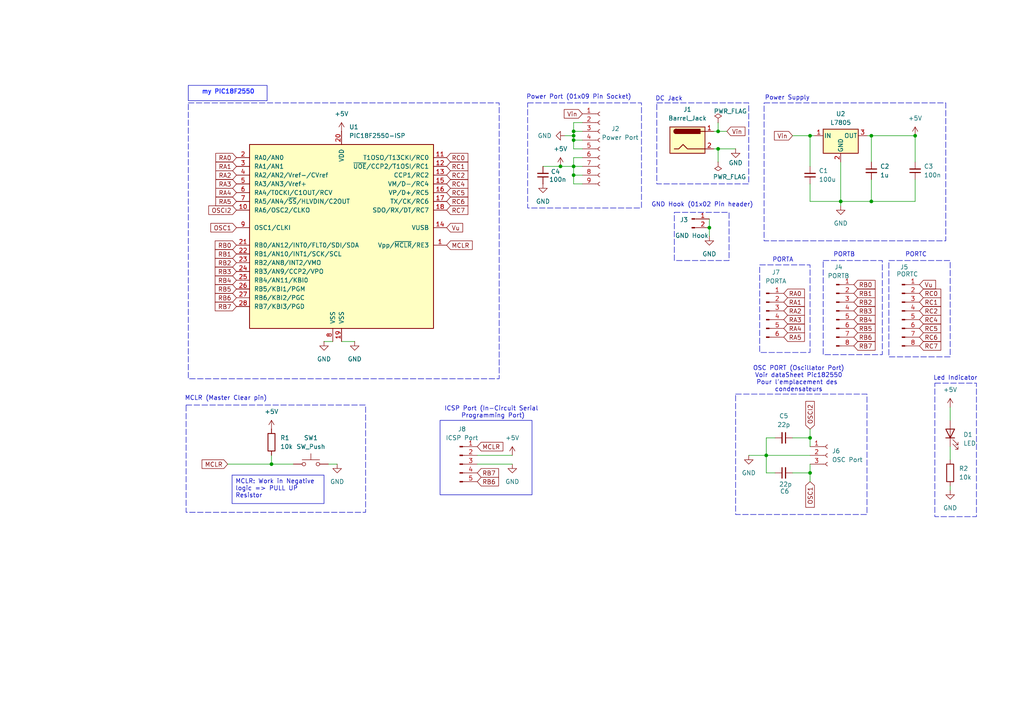
<source format=kicad_sch>
(kicad_sch (version 20231120) (generator "eeschema") (generator_version "8.0")
  (paper "A4")
  (title_block (title "my_Projetc2") (company "A. Prince B") (comment 1 "Com1"))
  (lib_symbols
    (symbol "Connector:Barrel_Jack" (pin_names (offset 1.016))
      (property "Reference" "J" (at 0 5.334 0))
      (property "Value" "Barrel_Jack" (at 0 -5.08 0))
      (symbol "Barrel_Jack_0_1"
        (rectangle (start -5.08 3.81) (end 5.08 -3.81) (stroke (width 0.254)) (fill (type background)))
        (arc (start -3.302 3.175) (mid -3.9343 2.54) (end -3.302 1.905) (stroke (width 0.254)))
        (arc (start -3.302 3.175) (mid -3.9343 2.54) (end -3.302 1.905) (stroke (width 0.254)) (fill (type outline)))
        (polyline (pts (xy 5.08 2.54) (xy 3.81 2.54)) (stroke (width 0.254)))
        (polyline (pts (xy -3.81 -2.54) (xy -2.54 -2.54) (xy -1.27 -1.27) (xy 0 -2.54) (xy 2.54 -2.54) (xy 5.08 -2.54)) (stroke (width 0.254)))
        (rectangle (start 3.683 3.175) (end -3.302 1.905) (stroke (width 0.254)) (fill (type outline)))
      )
      (symbol "Barrel_Jack_1_1"
        (pin passive line (at 7.62 2.54 180) (length 2.54) (name "~") (number "1"))
        (pin passive line (at 7.62 -2.54 180) (length 2.54) (name "~") (number "2"))
      )
    )
    (symbol "Connector:Conn_01x02_Pin" (pin_names (offset 1.016) hide)
      (property "Reference" "J" (at 0 2.54 0))
      (property "Value" "Conn_01x02_Pin" (at 0 -5.08 0))
      (symbol "Conn_01x02_Pin_1_1"
        (polyline (pts (xy 1.27 -2.54) (xy 0.8636 -2.54)) (stroke (width 0.1524)))
        (polyline (pts (xy 1.27 0) (xy 0.8636 0)) (stroke (width 0.1524)))
        (rectangle (start 0.8636 -2.413) (end 0 -2.667) (stroke (width 0.1524)) (fill (type outline)))
        (rectangle (start 0.8636 0.127) (end 0 -0.127) (stroke (width 0.1524)) (fill (type outline)))
        (pin passive line (at 5.08 0 180) (length 3.81) (name "Pin_1") (number "1"))
        (pin passive line (at 5.08 -2.54 180) (length 3.81) (name "Pin_2") (number "2"))
      )
    )
    (symbol "Connector:Conn_01x03_Socket" (pin_names (offset 1.016) hide)
      (property "Reference" "J" (at 0 5.08 0))
      (property "Value" "Conn_01x03_Socket" (at 0 -5.08 0))
      (symbol "Conn_01x03_Socket_1_1"
        (arc (start 0 -2.032) (mid -0.5058 -2.54) (end 0 -3.048) (stroke (width 0.1524)))
        (polyline (pts (xy -1.27 -2.54) (xy -0.508 -2.54)) (stroke (width 0.1524)))
        (polyline (pts (xy -1.27 0) (xy -0.508 0)) (stroke (width 0.1524)))
        (polyline (pts (xy -1.27 2.54) (xy -0.508 2.54)) (stroke (width 0.1524)))
        (arc (start 0 0.508) (mid -0.5058 0) (end 0 -0.508) (stroke (width 0.1524)))
        (arc (start 0 3.048) (mid -0.5058 2.54) (end 0 2.032) (stroke (width 0.1524)))
        (pin passive line (at -5.08 2.54 0) (length 3.81) (name "Pin_1") (number "1"))
        (pin passive line (at -5.08 0 0) (length 3.81) (name "Pin_2") (number "2"))
        (pin passive line (at -5.08 -2.54 0) (length 3.81) (name "Pin_3") (number "3"))
      )
    )
    (symbol "Connector:Conn_01x05_Pin" (pin_names (offset 1.016) hide)
      (property "Reference" "J" (at 0 7.62 0))
      (property "Value" "Conn_01x05_Pin" (at 0 -7.62 0))
      (symbol "Conn_01x05_Pin_1_1"
        (polyline (pts (xy 1.27 -5.08) (xy 0.8636 -5.08)) (stroke (width 0.1524)))
        (polyline (pts (xy 1.27 -2.54) (xy 0.8636 -2.54)) (stroke (width 0.1524)))
        (polyline (pts (xy 1.27 0) (xy 0.8636 0)) (stroke (width 0.1524)))
        (polyline (pts (xy 1.27 2.54) (xy 0.8636 2.54)) (stroke (width 0.1524)))
        (polyline (pts (xy 1.27 5.08) (xy 0.8636 5.08)) (stroke (width 0.1524)))
        (rectangle (start 0.8636 -4.953) (end 0 -5.207) (stroke (width 0.1524)) (fill (type outline)))
        (rectangle (start 0.8636 -2.413) (end 0 -2.667) (stroke (width 0.1524)) (fill (type outline)))
        (rectangle (start 0.8636 0.127) (end 0 -0.127) (stroke (width 0.1524)) (fill (type outline)))
        (rectangle (start 0.8636 2.667) (end 0 2.413) (stroke (width 0.1524)) (fill (type outline)))
        (rectangle (start 0.8636 5.207) (end 0 4.953) (stroke (width 0.1524)) (fill (type outline)))
        (pin passive line (at 5.08 5.08 180) (length 3.81) (name "Pin_1") (number "1"))
        (pin passive line (at 5.08 2.54 180) (length 3.81) (name "Pin_2") (number "2"))
        (pin passive line (at 5.08 0 180) (length 3.81) (name "Pin_3") (number "3"))
        (pin passive line (at 5.08 -2.54 180) (length 3.81) (name "Pin_4") (number "4"))
        (pin passive line (at 5.08 -5.08 180) (length 3.81) (name "Pin_5") (number "5"))
      )
    )
    (symbol "Connector:Conn_01x06_Pin" (pin_names (offset 1.016) hide)
      (property "Reference" "J" (at 0 7.62 0))
      (property "Value" "Conn_01x06_Pin" (at 0 -10.16 0))
      (symbol "Conn_01x06_Pin_1_1"
        (polyline (pts (xy 1.27 -7.62) (xy 0.8636 -7.62)) (stroke (width 0.1524)))
        (polyline (pts (xy 1.27 -5.08) (xy 0.8636 -5.08)) (stroke (width 0.1524)))
        (polyline (pts (xy 1.27 -2.54) (xy 0.8636 -2.54)) (stroke (width 0.1524)))
        (polyline (pts (xy 1.27 0) (xy 0.8636 0)) (stroke (width 0.1524)))
        (polyline (pts (xy 1.27 2.54) (xy 0.8636 2.54)) (stroke (width 0.1524)))
        (polyline (pts (xy 1.27 5.08) (xy 0.8636 5.08)) (stroke (width 0.1524)))
        (rectangle (start 0.8636 -7.493) (end 0 -7.747) (stroke (width 0.1524)) (fill (type outline)))
        (rectangle (start 0.8636 -4.953) (end 0 -5.207) (stroke (width 0.1524)) (fill (type outline)))
        (rectangle (start 0.8636 -2.413) (end 0 -2.667) (stroke (width 0.1524)) (fill (type outline)))
        (rectangle (start 0.8636 0.127) (end 0 -0.127) (stroke (width 0.1524)) (fill (type outline)))
        (rectangle (start 0.8636 2.667) (end 0 2.413) (stroke (width 0.1524)) (fill (type outline)))
        (rectangle (start 0.8636 5.207) (end 0 4.953) (stroke (width 0.1524)) (fill (type outline)))
        (pin passive line (at 5.08 5.08 180) (length 3.81) (name "Pin_1") (number "1"))
        (pin passive line (at 5.08 2.54 180) (length 3.81) (name "Pin_2") (number "2"))
        (pin passive line (at 5.08 0 180) (length 3.81) (name "Pin_3") (number "3"))
        (pin passive line (at 5.08 -2.54 180) (length 3.81) (name "Pin_4") (number "4"))
        (pin passive line (at 5.08 -5.08 180) (length 3.81) (name "Pin_5") (number "5"))
        (pin passive line (at 5.08 -7.62 180) (length 3.81) (name "Pin_6") (number "6"))
      )
    )
    (symbol "Connector:Conn_01x08_Pin" (pin_names (offset 1.016) hide)
      (property "Reference" "J" (at 0 10.16 0))
      (property "Value" "Conn_01x08_Pin" (at 0 -12.7 0))
      (symbol "Conn_01x08_Pin_1_1"
        (polyline (pts (xy 1.27 -10.16) (xy 0.8636 -10.16)) (stroke (width 0.1524)))
        (polyline (pts (xy 1.27 -7.62) (xy 0.8636 -7.62)) (stroke (width 0.1524)))
        (polyline (pts (xy 1.27 -5.08) (xy 0.8636 -5.08)) (stroke (width 0.1524)))
        (polyline (pts (xy 1.27 -2.54) (xy 0.8636 -2.54)) (stroke (width 0.1524)))
        (polyline (pts (xy 1.27 0) (xy 0.8636 0)) (stroke (width 0.1524)))
        (polyline (pts (xy 1.27 2.54) (xy 0.8636 2.54)) (stroke (width 0.1524)))
        (polyline (pts (xy 1.27 5.08) (xy 0.8636 5.08)) (stroke (width 0.1524)))
        (polyline (pts (xy 1.27 7.62) (xy 0.8636 7.62)) (stroke (width 0.1524)))
        (rectangle (start 0.8636 -10.033) (end 0 -10.287) (stroke (width 0.1524)) (fill (type outline)))
        (rectangle (start 0.8636 -7.493) (end 0 -7.747) (stroke (width 0.1524)) (fill (type outline)))
        (rectangle (start 0.8636 -4.953) (end 0 -5.207) (stroke (width 0.1524)) (fill (type outline)))
        (rectangle (start 0.8636 -2.413) (end 0 -2.667) (stroke (width 0.1524)) (fill (type outline)))
        (rectangle (start 0.8636 0.127) (end 0 -0.127) (stroke (width 0.1524)) (fill (type outline)))
        (rectangle (start 0.8636 2.667) (end 0 2.413) (stroke (width 0.1524)) (fill (type outline)))
        (rectangle (start 0.8636 5.207) (end 0 4.953) (stroke (width 0.1524)) (fill (type outline)))
        (rectangle (start 0.8636 7.747) (end 0 7.493) (stroke (width 0.1524)) (fill (type outline)))
        (pin passive line (at 5.08 7.62 180) (length 3.81) (name "Pin_1") (number "1"))
        (pin passive line (at 5.08 5.08 180) (length 3.81) (name "Pin_2") (number "2"))
        (pin passive line (at 5.08 2.54 180) (length 3.81) (name "Pin_3") (number "3"))
        (pin passive line (at 5.08 0 180) (length 3.81) (name "Pin_4") (number "4"))
        (pin passive line (at 5.08 -2.54 180) (length 3.81) (name "Pin_5") (number "5"))
        (pin passive line (at 5.08 -5.08 180) (length 3.81) (name "Pin_6") (number "6"))
        (pin passive line (at 5.08 -7.62 180) (length 3.81) (name "Pin_7") (number "7"))
        (pin passive line (at 5.08 -10.16 180) (length 3.81) (name "Pin_8") (number "8"))
      )
    )
    (symbol "Connector:Conn_01x09_Socket" (pin_names (offset 1.016) hide)
      (property "Reference" "J" (at 0 12.7 0))
      (property "Value" "Conn_01x09_Socket" (at 0 -12.7 0))
      (symbol "Conn_01x09_Socket_1_1"
        (arc (start 0 -9.652) (mid -0.5058 -10.16) (end 0 -10.668) (stroke (width 0.1524)))
        (arc (start 0 -7.112) (mid -0.5058 -7.62) (end 0 -8.128) (stroke (width 0.1524)))
        (arc (start 0 -4.572) (mid -0.5058 -5.08) (end 0 -5.588) (stroke (width 0.1524)))
        (arc (start 0 -2.032) (mid -0.5058 -2.54) (end 0 -3.048) (stroke (width 0.1524)))
        (polyline (pts (xy -1.27 -10.16) (xy -0.508 -10.16)) (stroke (width 0.1524)))
        (polyline (pts (xy -1.27 -7.62) (xy -0.508 -7.62)) (stroke (width 0.1524)))
        (polyline (pts (xy -1.27 -5.08) (xy -0.508 -5.08)) (stroke (width 0.1524)))
        (polyline (pts (xy -1.27 -2.54) (xy -0.508 -2.54)) (stroke (width 0.1524)))
        (polyline (pts (xy -1.27 0) (xy -0.508 0)) (stroke (width 0.1524)))
        (polyline (pts (xy -1.27 2.54) (xy -0.508 2.54)) (stroke (width 0.1524)))
        (polyline (pts (xy -1.27 5.08) (xy -0.508 5.08)) (stroke (width 0.1524)))
        (polyline (pts (xy -1.27 7.62) (xy -0.508 7.62)) (stroke (width 0.1524)))
        (polyline (pts (xy -1.27 10.16) (xy -0.508 10.16)) (stroke (width 0.1524)))
        (arc (start 0 0.508) (mid -0.5058 0) (end 0 -0.508) (stroke (width 0.1524)))
        (arc (start 0 3.048) (mid -0.5058 2.54) (end 0 2.032) (stroke (width 0.1524)))
        (arc (start 0 5.588) (mid -0.5058 5.08) (end 0 4.572) (stroke (width 0.1524)))
        (arc (start 0 8.128) (mid -0.5058 7.62) (end 0 7.112) (stroke (width 0.1524)))
        (arc (start 0 10.668) (mid -0.5058 10.16) (end 0 9.652) (stroke (width 0.1524)))
        (pin passive line (at -5.08 10.16 0) (length 3.81) (name "Pin_1") (number "1"))
        (pin passive line (at -5.08 7.62 0) (length 3.81) (name "Pin_2") (number "2"))
        (pin passive line (at -5.08 5.08 0) (length 3.81) (name "Pin_3") (number "3"))
        (pin passive line (at -5.08 2.54 0) (length 3.81) (name "Pin_4") (number "4"))
        (pin passive line (at -5.08 0 0) (length 3.81) (name "Pin_5") (number "5"))
        (pin passive line (at -5.08 -2.54 0) (length 3.81) (name "Pin_6") (number "6"))
        (pin passive line (at -5.08 -5.08 0) (length 3.81) (name "Pin_7") (number "7"))
        (pin passive line (at -5.08 -7.62 0) (length 3.81) (name "Pin_8") (number "8"))
        (pin passive line (at -5.08 -10.16 0) (length 3.81) (name "Pin_9") (number "9"))
      )
    )
    (symbol "Device:C_Small" (pin_numbers hide) (pin_names (offset 0.254) hide)
      (property "Reference" "C" (at 0.254 1.778 0))
      (property "Value" "C_Small" (at 0.254 -2.032 0))
      (symbol "C_Small_0_1"
        (polyline (pts (xy -1.524 -0.508) (xy 1.524 -0.508)) (stroke (width 0.3302)))
        (polyline (pts (xy -1.524 0.508) (xy 1.524 0.508)) (stroke (width 0.3048)))
      )
      (symbol "C_Small_1_1"
        (pin passive line (at 0 2.54 270) (length 2.032) (name "~") (number "1"))
        (pin passive line (at 0 -2.54 90) (length 2.032) (name "~") (number "2"))
      )
    )
    (symbol "Device:LED" (pin_numbers hide) (pin_names (offset 1.016) hide)
      (property "Reference" "D" (at 0 2.54 0))
      (property "Value" "LED" (at 0 -2.54 0))
      (symbol "LED_0_1"
        (polyline (pts (xy -1.27 -1.27) (xy -1.27 1.27)) (stroke (width 0.254)))
        (polyline (pts (xy -1.27 0) (xy 1.27 0)))
        (polyline (pts (xy 1.27 -1.27) (xy 1.27 1.27) (xy -1.27 0) (xy 1.27 -1.27)) (stroke (width 0.254)))
        (polyline (pts (xy -3.048 -0.762) (xy -4.572 -2.286) (xy -3.81 -2.286) (xy -4.572 -2.286) (xy -4.572 -1.524)))
        (polyline (pts (xy -1.778 -0.762) (xy -3.302 -2.286) (xy -2.54 -2.286) (xy -3.302 -2.286) (xy -3.302 -1.524)))
      )
      (symbol "LED_1_1"
        (pin passive line (at -3.81 0 0) (length 2.54) (name "K") (number "1"))
        (pin passive line (at 3.81 0 180) (length 2.54) (name "A") (number "2"))
      )
    )
    (symbol "Device:R" (pin_numbers hide) (pin_names (offset 0))
      (property "Reference" "R" (at 2.032 0 90))
      (property "Value" "R" (at 0 0 90))
      (symbol "R_0_1"
        (rectangle (start -1.016 -2.54) (end 1.016 2.54) (stroke (width 0.254)))
      )
      (symbol "R_1_1"
        (pin passive line (at 0 3.81 270) (length 1.27) (name "~") (number "1"))
        (pin passive line (at 0 -3.81 90) (length 1.27) (name "~") (number "2"))
      )
    )
    (symbol "MCU_Microchip_PIC18:PIC18F2550-ISP" (pin_names (offset 1.27))
      (property "Reference" "U" (at -25.4 27.94 0))
      (property "Value" "PIC18F2550-ISP" (at 16.51 -27.94 0))
      (symbol "PIC18F2550-ISP_0_1"
        (rectangle (start -26.67 26.67) (end 26.67 -26.67) (stroke (width 0.254)) (fill (type background)))
      )
      (symbol "PIC18F2550-ISP_1_1"
        (pin input line (at 30.48 -2.54 180) (length 3.81) (name "Vpp/~{MCLR}/RE3") (number "1"))
        (pin output line (at -30.48 7.62 0) (length 3.81) (name "RA6/OSC2/CLKO") (number "10"))
        (pin bidirectional line (at 30.48 22.86 180) (length 3.81) (name "T1OSO/T13CKI/RC0") (number "11"))
        (pin bidirectional line (at 30.48 20.32 180) (length 3.81) (name "~{UOE}/CCP2/T1OSI/RC1") (number "12"))
        (pin bidirectional line (at 30.48 17.78 180) (length 3.81) (name "CCP1/RC2") (number "13"))
        (pin bidirectional line (at 30.48 2.54 180) (length 3.81) (name "VUSB") (number "14"))
        (pin bidirectional line (at 30.48 15.24 180) (length 3.81) (name "VM/D-/RC4") (number "15"))
        (pin bidirectional line (at 30.48 12.7 180) (length 3.81) (name "VP/D+/RC5") (number "16"))
        (pin bidirectional line (at 30.48 10.16 180) (length 3.81) (name "TX/CK/RC6") (number "17"))
        (pin bidirectional line (at 30.48 7.62 180) (length 3.81) (name "SDO/RX/DT/RC7") (number "18"))
        (pin power_in line (at 0 -30.48 90) (length 3.81) (name "VSS") (number "19"))
        (pin bidirectional line (at -30.48 22.86 0) (length 3.81) (name "RA0/AN0") (number "2"))
        (pin power_in line (at 0 30.48 270) (length 3.81) (name "VDD") (number "20"))
        (pin bidirectional line (at -30.48 -2.54 0) (length 3.81) (name "RB0/AN12/INT0/FLT0/SDI/SDA") (number "21"))
        (pin bidirectional line (at -30.48 -5.08 0) (length 3.81) (name "RB1/AN10/INT1/SCK/SCL") (number "22"))
        (pin bidirectional line (at -30.48 -7.62 0) (length 3.81) (name "RB2/AN8/INT2/VMO") (number "23"))
        (pin bidirectional line (at -30.48 -10.16 0) (length 3.81) (name "RB3/AN9/CCP2/VPO") (number "24"))
        (pin bidirectional line (at -30.48 -12.7 0) (length 3.81) (name "RB4/AN11/KBI0") (number "25"))
        (pin bidirectional line (at -30.48 -15.24 0) (length 3.81) (name "RB5/KBI1/PGM") (number "26"))
        (pin bidirectional line (at -30.48 -17.78 0) (length 3.81) (name "RB6/KBI2/PGC") (number "27"))
        (pin bidirectional line (at -30.48 -20.32 0) (length 3.81) (name "RB7/KBI3/PGD") (number "28"))
        (pin bidirectional line (at -30.48 20.32 0) (length 3.81) (name "RA1/AN1") (number "3"))
        (pin bidirectional line (at -30.48 17.78 0) (length 3.81) (name "RA2/AN2/Vref-/CVref") (number "4"))
        (pin bidirectional line (at -30.48 15.24 0) (length 3.81) (name "RA3/AN3/Vref+") (number "5"))
        (pin bidirectional line (at -30.48 12.7 0) (length 3.81) (name "RA4/T0CKI/C1OUT/RCV") (number "6"))
        (pin bidirectional line (at -30.48 10.16 0) (length 3.81) (name "RA5/AN4/~{SS}/HLVDIN/C2OUT") (number "7"))
        (pin power_in line (at -2.54 -30.48 90) (length 3.81) (name "VSS") (number "8"))
        (pin input line (at -30.48 2.54 0) (length 3.81) (name "OSC1/CLKI") (number "9"))
      )
    )
    (symbol "Regulator_Linear:L7805" (pin_names (offset 0.254))
      (property "Reference" "U" (at -3.81 3.175 0))
      (property "Value" "L7805" (at 0 3.175 0))
      (symbol "L7805_0_1"
        (rectangle (start -5.08 1.905) (end 5.08 -5.08) (stroke (width 0.254)) (fill (type background)))
      )
      (symbol "L7805_1_1"
        (pin power_in line (at -7.62 0 0) (length 2.54) (name "IN") (number "1"))
        (pin power_in line (at 0 -7.62 90) (length 2.54) (name "GND") (number "2"))
        (pin power_out line (at 7.62 0 180) (length 2.54) (name "OUT") (number "3"))
      )
    )
    (symbol "Switch:SW_Push" (pin_numbers hide) (pin_names (offset 1.016) hide)
      (property "Reference" "SW" (at 1.27 2.54 0))
      (property "Value" "SW_Push" (at 0 -1.524 0))
      (symbol "SW_Push_0_1"
        (circle (center -2.032 0) (radius 0.508))
        (polyline (pts (xy 0 1.27) (xy 0 3.048)))
        (polyline (pts (xy 2.54 1.27) (xy -2.54 1.27)))
        (circle (center 2.032 0) (radius 0.508))
        (pin passive line (at -5.08 0 0) (length 2.54) (name "1") (number "1"))
        (pin passive line (at 5.08 0 180) (length 2.54) (name "2") (number "2"))
      )
    )
    (symbol "power:+5V" (power) (pin_numbers hide) (pin_names (offset 0) hide)
      (property "Value" "+5V" (at 0 3.556 0))
      (symbol "+5V_0_1"
        (polyline (pts (xy -0.762 1.27) (xy 0 2.54)))
        (polyline (pts (xy 0 0) (xy 0 2.54)))
        (polyline (pts (xy 0 2.54) (xy 0.762 1.27)))
      )
      (symbol "+5V_1_1"
        (pin power_in line (at 0 0 90) (length 0) (name "~") (number "1"))
      )
    )
    (symbol "power:GND" (power) (pin_numbers hide) (pin_names (offset 0) hide)
      (property "Value" "GND" (at 0 -3.81 0))
      (symbol "GND_0_1"
        (polyline (pts (xy 0 0) (xy 0 -1.27) (xy 1.27 -1.27) (xy 0 -2.54) (xy -1.27 -1.27) (xy 0 -1.27)))
      )
      (symbol "GND_1_1"
        (pin power_in line (at 0 0 270) (length 0) (name "~") (number "1"))
      )
    )
    (symbol "power:PWR_FLAG" (power) (pin_numbers hide) (pin_names (offset 0) hide)
      (property "Value" "PWR_FLAG" (at 0 3.81 0))
      (symbol "PWR_FLAG_0_0"
        (pin power_out line (at 0 0 90) (length 0) (name "~") (number "1"))
      )
      (symbol "PWR_FLAG_0_1"
        (polyline (pts (xy 0 0) (xy 0 1.27) (xy -1.016 1.905) (xy 0 2.54) (xy 1.016 1.905) (xy 0 1.27)))
      )
    )
  )
  (junction (at 222.25 132.08))
  (junction (at 166.37 38.1))
  (junction (at 243.84 58.42))
  (junction (at 252.73 58.42))
  (junction (at 78.74 134.62))
  (junction (at 166.37 40.64))
  (junction (at 265.43 39.37))
  (junction (at 252.73 39.37))
  (junction (at 234.95 39.37))
  (junction (at 208.28 38.1))
  (junction (at 234.95 137.16))
  (junction (at 166.37 48.26))
  (junction (at 208.28 43.18))
  (junction (at 166.37 50.8))
  (junction (at 162.56 48.26))
  (junction (at 205.74 66.04))
  (junction (at 166.37 39.37))
  (junction (at 234.95 127))
  (wire (pts (xy 234.95 48.26) (xy 234.95 39.37)))
  (wire (pts (xy 252.73 39.37) (xy 252.73 46.99)))
  (wire (pts (xy 162.56 48.26) (xy 166.37 48.26)))
  (wire (pts (xy 166.37 50.8) (xy 168.91 50.8)))
  (wire (pts (xy 205.74 68.58) (xy 205.74 66.04)))
  (wire (pts (xy 157.48 48.26) (xy 162.56 48.26)))
  (wire (pts (xy 166.37 40.64) (xy 166.37 43.18)))
  (wire (pts (xy 234.95 139.7) (xy 234.95 137.16)))
  (wire (pts (xy 224.79 127) (xy 222.25 127)))
  (wire (pts (xy 166.37 48.26) (xy 168.91 48.26)))
  (wire (pts (xy 229.87 127) (xy 234.95 127)))
  (wire (pts (xy 148.59 132.08) (xy 138.43 132.08)))
  (wire (pts (xy 66.04 134.62) (xy 78.74 134.62)))
  (wire (pts (xy 148.59 134.62) (xy 138.43 134.62)))
  (wire (pts (xy 168.91 35.56) (xy 166.37 35.56)))
  (wire (pts (xy 252.73 39.37) (xy 265.43 39.37)))
  (wire (pts (xy 222.25 137.16) (xy 222.25 132.08)))
  (wire (pts (xy 234.95 137.16) (xy 234.95 134.62)))
  (wire (pts (xy 251.46 39.37) (xy 252.73 39.37)))
  (wire (pts (xy 243.84 58.42) (xy 243.84 59.69)))
  (wire (pts (xy 166.37 45.72) (xy 166.37 48.26)))
  (wire (pts (xy 163.83 39.37) (xy 166.37 39.37)))
  (wire (pts (xy 166.37 38.1) (xy 168.91 38.1)))
  (wire (pts (xy 78.74 134.62) (xy 78.74 132.08)))
  (wire (pts (xy 210.82 38.1) (xy 208.28 38.1)))
  (wire (pts (xy 275.59 142.24) (xy 275.59 140.97)))
  (wire (pts (xy 265.43 58.42) (xy 265.43 52.07)))
  (wire (pts (xy 102.87 99.06) (xy 99.06 99.06)))
  (wire (pts (xy 166.37 53.34) (xy 168.91 53.34)))
  (wire (pts (xy 252.73 58.42) (xy 265.43 58.42)))
  (wire (pts (xy 217.17 132.08) (xy 222.25 132.08)))
  (wire (pts (xy 275.59 118.11) (xy 275.59 121.92)))
  (wire (pts (xy 168.91 45.72) (xy 166.37 45.72)))
  (wire (pts (xy 243.84 58.42) (xy 252.73 58.42)))
  (wire (pts (xy 208.28 35.56) (xy 208.28 38.1)))
  (wire (pts (xy 208.28 46.99) (xy 208.28 43.18)))
  (wire (pts (xy 97.79 134.62) (xy 95.25 134.62)))
  (wire (pts (xy 166.37 35.56) (xy 166.37 38.1)))
  (wire (pts (xy 166.37 48.26) (xy 166.37 50.8)))
  (wire (pts (xy 166.37 39.37) (xy 166.37 40.64)))
  (wire (pts (xy 229.87 137.16) (xy 234.95 137.16)))
  (wire (pts (xy 222.25 132.08) (xy 234.95 132.08)))
  (wire (pts (xy 208.28 43.18) (xy 207.01 43.18)))
  (wire (pts (xy 166.37 40.64) (xy 168.91 40.64)))
  (wire (pts (xy 275.59 133.35) (xy 275.59 129.54)))
  (wire (pts (xy 205.74 63.5) (xy 205.74 66.04)))
  (wire (pts (xy 213.36 43.18) (xy 208.28 43.18)))
  (wire (pts (xy 252.73 52.07) (xy 252.73 58.42)))
  (wire (pts (xy 234.95 124.46) (xy 234.95 127)))
  (wire (pts (xy 224.79 137.16) (xy 222.25 137.16)))
  (wire (pts (xy 166.37 50.8) (xy 166.37 53.34)))
  (wire (pts (xy 166.37 38.1) (xy 166.37 39.37)))
  (wire (pts (xy 208.28 38.1) (xy 207.01 38.1)))
  (wire (pts (xy 222.25 127) (xy 222.25 132.08)))
  (wire (pts (xy 234.95 58.42) (xy 243.84 58.42)))
  (wire (pts (xy 166.37 43.18) (xy 168.91 43.18)))
  (wire (pts (xy 78.74 134.62) (xy 85.09 134.62)))
  (wire (pts (xy 229.87 39.37) (xy 234.95 39.37)))
  (wire (pts (xy 93.98 99.06) (xy 96.52 99.06)))
  (wire (pts (xy 243.84 46.99) (xy 243.84 58.42)))
  (wire (pts (xy 234.95 39.37) (xy 236.22 39.37)))
  (wire (pts (xy 234.95 127) (xy 234.95 129.54)))
  (wire (pts (xy 265.43 46.99) (xy 265.43 39.37)))
  (wire (pts (xy 234.95 53.34) (xy 234.95 58.42)))
  (rectangle (start 190.5 29.845) (end 217.17 53.34) (stroke (width 0) (type dash)))
  (rectangle (start 220.345 76.835) (end 234.95 102.235) (stroke (width 0) (type dash)))
  (rectangle (start 127.635 121.92) (end 154.305 143.51))
  (rectangle (start 213.36 114.3) (end 251.46 149.225) (stroke (width 0) (type dash)))
  (rectangle (start 195.58 61.595) (end 211.455 75.565) (stroke (width 0) (type dash)))
  (rectangle (start 257.81 75.565) (end 275.59 103.505) (stroke (width 0) (type dash)))
  (rectangle (start 54.61 29.845) (end 144.78 109.855) (stroke (width 0) (type dash)))
  (rectangle (start 53.975 117.475) (end 106.045 148.59) (stroke (width 0) (type dash)))
  (rectangle (start 238.76 75.565) (end 255.905 102.87) (stroke (width 0) (type dash)))
  (rectangle (start 221.615 29.845) (end 274.32 69.85) (stroke (width 0) (type dash)))
  (rectangle (start 271.145 111.125) (end 283.21 149.86) (stroke (width 0) (type dash)))
  (rectangle (start 153.035 29.845) (end 186.055 60.325) (stroke (width 0) (type dash)))
  (text_box "   my PIC18F2550" (at 54.61 24.765 0) (size 22.86 4.445) (effects (font (size 1.27 1.27) (thickness 0.254) (bold yes)) (justify left top)))
  (text_box "MCLR: Work in Negative logic => PULL UP Resistor" (at 67.31 137.795 0) (size 26.67 8.255) (effects (font (size 1.27 1.27)) (justify left top)))
  (text "DC Jack\n" (at 194.056 28.702 0) (effects (font (size 1.27 1.27))))
  (text "Power Supply\n" (at 228.346 28.448 0) (effects (font (size 1.27 1.27))))
  (text "ICSP Port (In-Circuit Serial \nProgramming Port)" (at 143.002 119.634 0) (effects (font (size 1.27 1.27))))
  (text "Power Port (01x09 Pin Socket)\n" (at 167.894 28.194 0) (effects (font (size 1.27 1.27))))
  (text "PORTC" (at 265.684 73.914 0) (effects (font (size 1.27 1.27))))
  (text "PORTB\n" (at 244.856 73.914 0) (effects (font (size 1.27 1.27))))
  (text "GND Hook (01x02 Pin header)\n" (at 203.708 59.436 0) (effects (font (size 1.27 1.27))))
  (text "OSC PORT (Oscillator Port)\nVoir dataSheet Pic182550\nPour l'emplacement des \ncondensateurs" (at 231.648 109.982 0) (effects (font (size 1.27 1.27))))
  (text "MCLR (Master Clear pin)" (at 65.532 115.57 0) (effects (font (size 1.27 1.27))))
  (text "PORTA" (at 227.076 75.438 0) (effects (font (size 1.27 1.27))))
  (text "Led Indicator\n" (at 277.114 109.728 0) (effects (font (size 1.27 1.27))))
  (global_label "RC5" (shape input) (at 129.54 55.88 0) (property "Intersheetrefs" "${INTERSHEET_REFS}" (effects (hide yes))))
  (global_label "RA5" (shape input) (at 227.33 97.79 0) (property "Intersheetrefs" "${INTERSHEET_REFS}" (effects (hide yes))))
  (global_label "RC1" (shape input) (at 129.54 48.26 0) (property "Intersheetrefs" "${INTERSHEET_REFS}" (effects (hide yes))))
  (global_label "RB3" (shape input) (at 247.65 90.17 0) (property "Intersheetrefs" "${INTERSHEET_REFS}" (effects (hide yes))))
  (global_label "RA0" (shape input) (at 68.58 45.72 180) (property "Intersheetrefs" "${INTERSHEET_REFS}" (effects (hide yes))))
  (global_label "RB1" (shape input) (at 247.65 85.09 0) (property "Intersheetrefs" "${INTERSHEET_REFS}" (effects (hide yes))))
  (global_label "RB0" (shape input) (at 247.65 82.55 0) (property "Intersheetrefs" "${INTERSHEET_REFS}" (effects (hide yes))))
  (global_label "RA0" (shape input) (at 227.33 85.09 0) (property "Intersheetrefs" "${INTERSHEET_REFS}" (effects (hide yes))))
  (global_label "RB4" (shape input) (at 68.58 81.28 180) (property "Intersheetrefs" "${INTERSHEET_REFS}" (effects (hide yes))))
  (global_label "RC6" (shape input) (at 129.54 58.42 0) (property "Intersheetrefs" "${INTERSHEET_REFS}" (effects (hide yes))))
  (global_label "RB2" (shape input) (at 247.65 87.63 0) (property "Intersheetrefs" "${INTERSHEET_REFS}" (effects (hide yes))))
  (global_label "RA3" (shape input) (at 68.58 53.34 180) (property "Intersheetrefs" "${INTERSHEET_REFS}" (effects (hide yes))))
  (global_label "Vu" (shape input) (at 129.54 66.04 0) (property "Intersheetrefs" "${INTERSHEET_REFS}" (effects (hide yes))))
  (global_label "MCLR" (shape input) (at 66.04 134.62 180) (property "Intersheetrefs" "${INTERSHEET_REFS}" (effects (hide yes))))
  (global_label "RB0" (shape input) (at 68.58 71.12 180) (property "Intersheetrefs" "${INTERSHEET_REFS}" (effects (hide yes))))
  (global_label "RB7" (shape input) (at 68.58 88.9 180) (property "Intersheetrefs" "${INTERSHEET_REFS}" (effects (hide yes))))
  (global_label "RC4" (shape input) (at 129.54 53.34 0) (property "Intersheetrefs" "${INTERSHEET_REFS}" (effects (hide yes))))
  (global_label "RC2" (shape input) (at 129.54 50.8 0) (property "Intersheetrefs" "${INTERSHEET_REFS}" (effects (hide yes))))
  (global_label "RA1" (shape input) (at 68.58 48.26 180) (property "Intersheetrefs" "${INTERSHEET_REFS}" (effects (hide yes))))
  (global_label "RC4" (shape input) (at 266.7 92.71 0) (property "Intersheetrefs" "${INTERSHEET_REFS}" (effects (hide yes))))
  (global_label "MCLR" (shape input) (at 129.54 71.12 0) (property "Intersheetrefs" "${INTERSHEET_REFS}" (effects (hide yes))))
  (global_label "OSC1" (shape input) (at 234.95 139.7 270) (property "Intersheetrefs" "${INTERSHEET_REFS}" (effects (hide yes))))
  (global_label "Vin" (shape input) (at 210.82 38.1 0) (property "Intersheetrefs" "${INTERSHEET_REFS}" (effects (hide yes))))
  (global_label "RB4" (shape input) (at 247.65 92.71 0) (property "Intersheetrefs" "${INTERSHEET_REFS}" (effects (hide yes))))
  (global_label "RB2" (shape input) (at 68.58 76.2 180) (property "Intersheetrefs" "${INTERSHEET_REFS}" (effects (hide yes))))
  (global_label "Vin" (shape input) (at 229.87 39.37 180) (property "Intersheetrefs" "${INTERSHEET_REFS}" (effects (hide yes))))
  (global_label "RB6" (shape input) (at 68.58 86.36 180) (property "Intersheetrefs" "${INTERSHEET_REFS}" (effects (hide yes))))
  (global_label "RC0" (shape input) (at 266.7 85.09 0) (property "Intersheetrefs" "${INTERSHEET_REFS}" (effects (hide yes))))
  (global_label "OSC1" (shape input) (at 68.58 66.04 180) (property "Intersheetrefs" "${INTERSHEET_REFS}" (effects (hide yes))))
  (global_label "RB5" (shape input) (at 68.58 83.82 180) (property "Intersheetrefs" "${INTERSHEET_REFS}" (effects (hide yes))))
  (global_label "RC2" (shape input) (at 266.7 90.17 0) (property "Intersheetrefs" "${INTERSHEET_REFS}" (effects (hide yes))))
  (global_label "RA5" (shape input) (at 68.58 58.42 180) (property "Intersheetrefs" "${INTERSHEET_REFS}" (effects (hide yes))))
  (global_label "RC0" (shape input) (at 129.54 45.72 0) (property "Intersheetrefs" "${INTERSHEET_REFS}" (effects (hide yes))))
  (global_label "RB3" (shape input) (at 68.58 78.74 180) (property "Intersheetrefs" "${INTERSHEET_REFS}" (effects (hide yes))))
  (global_label "RA1" (shape input) (at 227.33 87.63 0) (property "Intersheetrefs" "${INTERSHEET_REFS}" (effects (hide yes))))
  (global_label "RB6" (shape input) (at 138.43 139.7 0) (property "Intersheetrefs" "${INTERSHEET_REFS}" (effects (hide yes))))
  (global_label "RB7" (shape input) (at 138.43 137.16 0) (property "Intersheetrefs" "${INTERSHEET_REFS}" (effects (hide yes))))
  (global_label "RC1" (shape input) (at 266.7 87.63 0) (property "Intersheetrefs" "${INTERSHEET_REFS}" (effects (hide yes))))
  (global_label "RB7" (shape input) (at 247.65 100.33 0) (property "Intersheetrefs" "${INTERSHEET_REFS}" (effects (hide yes))))
  (global_label "RC7" (shape input) (at 266.7 100.33 0) (property "Intersheetrefs" "${INTERSHEET_REFS}" (effects (hide yes))))
  (global_label "RA2" (shape input) (at 68.58 50.8 180) (property "Intersheetrefs" "${INTERSHEET_REFS}" (effects (hide yes))))
  (global_label "RB6" (shape input) (at 247.65 97.79 0) (property "Intersheetrefs" "${INTERSHEET_REFS}" (effects (hide yes))))
  (global_label "RC5" (shape input) (at 266.7 95.25 0) (property "Intersheetrefs" "${INTERSHEET_REFS}" (effects (hide yes))))
  (global_label "RB1" (shape input) (at 68.58 73.66 180) (property "Intersheetrefs" "${INTERSHEET_REFS}" (effects (hide yes))))
  (global_label "RA2" (shape input) (at 227.33 90.17 0) (property "Intersheetrefs" "${INTERSHEET_REFS}" (effects (hide yes))))
  (global_label "RA3" (shape input) (at 227.33 92.71 0) (property "Intersheetrefs" "${INTERSHEET_REFS}" (effects (hide yes))))
  (global_label "RC7" (shape input) (at 129.54 60.96 0) (property "Intersheetrefs" "${INTERSHEET_REFS}" (effects (hide yes))))
  (global_label "RA4" (shape input) (at 227.33 95.25 0) (property "Intersheetrefs" "${INTERSHEET_REFS}" (effects (hide yes))))
  (global_label "OSCI2" (shape input) (at 234.95 124.46 90) (property "Intersheetrefs" "${INTERSHEET_REFS}" (effects (hide yes))))
  (global_label "Vu" (shape input) (at 266.7 82.55 0) (property "Intersheetrefs" "${INTERSHEET_REFS}" (effects (hide yes))))
  (global_label "OSCI2" (shape input) (at 68.58 60.96 180) (property "Intersheetrefs" "${INTERSHEET_REFS}" (effects (hide yes))))
  (global_label "RB5" (shape input) (at 247.65 95.25 0) (property "Intersheetrefs" "${INTERSHEET_REFS}" (effects (hide yes))))
  (global_label "Vin" (shape input) (at 168.91 33.02 180) (property "Intersheetrefs" "${INTERSHEET_REFS}" (effects (hide yes))))
  (global_label "MCLR" (shape input) (at 138.43 129.54 0) (property "Intersheetrefs" "${INTERSHEET_REFS}" (effects (hide yes))))
  (global_label "RC6" (shape input) (at 266.7 97.79 0) (property "Intersheetrefs" "${INTERSHEET_REFS}" (effects (hide yes))))
  (global_label "RA4" (shape input) (at 68.58 55.88 180) (property "Intersheetrefs" "${INTERSHEET_REFS}" (effects (hide yes))))
  (symbol (lib_id "power:GND") (at 102.87 99.06 0) (unit 1)
    (property "Reference" "#PWR01" (effects (hide yes)))
    (property "Value" "GND" (at 102.87 104.14 0))
    (property "Description" "Power symbol creates a global label with name \"GND\" , ground" (effects (hide yes)))
  )
  (symbol (lib_id "Switch:SW_Push") (at 90.17 134.62 0) (unit 1)
    (property "Reference" "SW1" (at 90.17 127 0))
    (property "Value" "SW_Push" (at 90.17 129.54 0))
    (property "Footprint" "Button_Switch_THT:SW_PUSH_6mm" (effects (hide yes)))
    (property "Description" "Push button switch, generic, two pins" (effects (hide yes)))
  )
  (symbol (lib_id "power:+5V") (at 148.59 132.08 0) (unit 1)
    (property "Reference" "#PWR014" (effects (hide yes)))
    (property "Value" "+5V" (at 148.59 127 0))
    (property "Description" "Power symbol creates a global label with name \"+5V\"" (effects (hide yes)))
  )
  (symbol (lib_id "Connector:Conn_01x08_Pin") (at 261.62 90.17 0) (unit 1)
    (property "Reference" "J5" (at 262.255 77.47 0))
    (property "Value" "PORTC" (at 263.144 79.502 0))
    (property "Footprint" "Connector_PinSocket_2.54mm:PinSocket_1x08_P2.54mm_Vertical" (effects (hide yes)))
    (property "Description" "Generic connector, single row, 01x08, script generated" (effects (hide yes)))
  )
  (symbol (lib_id "power:GND") (at 97.79 134.62 0) (unit 1)
    (property "Reference" "#PWR012" (effects (hide yes)))
    (property "Value" "GND" (at 97.79 139.7 0))
    (property "Description" "Power symbol creates a global label with name \"GND\" , ground" (effects (hide yes)))
  )
  (symbol (lib_id "power:GND") (at 157.48 53.34 0) (unit 1)
    (property "Reference" "#PWR08" (effects (hide yes)))
    (property "Value" "GND" (at 157.48 58.42 0))
    (property "Description" "Power symbol creates a global label with name \"GND\" , ground" (effects (hide yes)))
  )
  (symbol (lib_id "MCU_Microchip_PIC18:PIC18F2550-ISP") (at 99.06 68.58 0) (unit 1)
    (property "Reference" "U1" (at 101.2541 36.83 0) (effects (justify left)))
    (property "Value" "PIC18F2550-ISP" (at 101.2541 39.37 0) (effects (justify left)))
    (property "Footprint" "Package_DIP:DIP-28_W7.62mm" (effects (hide yes)))
    (property "Datasheet" "http://ww1.microchip.com/downloads/en/devicedoc/39632c.pdf" (effects (hide yes)))
    (property "Description" "32K Flash, 2K SRAM, 256 EEPROM, USB, nanoWatt XLP, SPDIP28" (effects (hide yes)))
  )
  (symbol (lib_id "power:PWR_FLAG") (at 208.28 46.99 180) (unit 1)
    (property "Reference" "#FLG02" (effects (hide yes)))
    (property "Value" "PWR_FLAG" (at 211.582 51.308 0))
    (property "Description" "Special symbol for telling ERC where power comes from" (effects (hide yes)))
  )
  (symbol (lib_id "Device:C_Small") (at 227.33 137.16 90) (unit 1)
    (property "Reference" "C6" (at 227.584 142.494 90))
    (property "Value" "22p" (at 227.838 140.462 90))
    (property "Footprint" "Capacitor_THT:C_Disc_D3.0mm_W1.6mm_P2.50mm" (effects (hide yes)))
    (property "Description" "Unpolarized capacitor, small symbol" (effects (hide yes)))
  )
  (symbol (lib_id "power:+5V") (at 99.06 38.1 0) (unit 1)
    (property "Reference" "#PWR03" (effects (hide yes)))
    (property "Value" "+5V" (at 99.06 33.02 0))
    (property "Description" "Power symbol creates a global label with name \"+5V\"" (effects (hide yes)))
  )
  (symbol (lib_id "power:GND") (at 205.74 68.58 0) (unit 1)
    (property "Reference" "#PWR010" (effects (hide yes)))
    (property "Value" "GND" (at 205.74 73.66 0))
    (property "Description" "Power symbol creates a global label with name \"GND\" , ground" (effects (hide yes)))
  )
  (symbol (lib_id "power:+5V") (at 275.59 118.11 0) (unit 1)
    (property "Reference" "#PWR016" (effects (hide yes)))
    (property "Value" "+5V" (at 275.59 113.03 0))
    (property "Description" "Power symbol creates a global label with name \"+5V\"" (effects (hide yes)))
  )
  (symbol (lib_id "Device:C_Small") (at 227.33 127 270) (unit 1)
    (property "Reference" "C5" (at 227.3236 120.65 90))
    (property "Value" "22p" (at 227.3236 123.19 90))
    (property "Footprint" "Capacitor_THT:C_Disc_D3.0mm_W1.6mm_P2.50mm" (effects (hide yes)))
    (property "Description" "Unpolarized capacitor, small symbol" (effects (hide yes)))
  )
  (symbol (lib_id "Connector:Conn_01x02_Pin") (at 200.66 63.5 0) (unit 1)
    (property "Reference" "J3" (at 198.374 63.754 0))
    (property "Value" "GND Hook" (at 200.66 68.326 0))
    (property "Footprint" "Connector_PinHeader_2.54mm:PinHeader_1x02_P2.54mm_Vertical" (effects (hide yes)))
    (property "Description" "Generic connector, single row, 01x02, script generated" (effects (hide yes)))
  )
  (symbol (lib_id "Connector:Conn_01x09_Socket") (at 173.99 43.18 0) (unit 1)
    (property "Reference" "J2" (at 177.292 37.338 0) (effects (justify left)))
    (property "Value" "Power Port" (at 174.498 39.878 0) (effects (justify left)))
    (property "Footprint" "Connector_PinSocket_2.54mm:PinSocket_1x09_P2.54mm_Vertical" (effects (hide yes)))
    (property "Description" "Generic connector, single row, 01x09, script generated" (effects (hide yes)))
  )
  (symbol (lib_id "Device:R") (at 275.59 137.16 0) (unit 1)
    (property "Reference" "R2" (at 278.13 135.8899 0) (effects (justify left)))
    (property "Value" "10k" (at 278.13 138.4299 0) (effects (justify left)))
    (property "Footprint" "Resistor_THT:R_Axial_DIN0204_L3.6mm_D1.6mm_P5.08mm_Horizontal" (effects (hide yes)))
    (property "Description" "Resistor" (effects (hide yes)))
  )
  (symbol (lib_id "Device:C_Small") (at 234.95 50.8 180) (unit 1)
    (property "Reference" "C1" (at 237.49 49.5235 0) (effects (justify right)))
    (property "Value" "100u" (at 237.49 52.0635 0) (effects (justify right)))
    (property "Footprint" "Capacitor_THT:C_Radial_D5.0mm_H5.0mm_P2.00mm" (effects (hide yes)))
    (property "Description" "Unpolarized capacitor, small symbol" (effects (hide yes)))
  )
  (symbol (lib_id "power:GND") (at 217.17 132.08 0) (unit 1)
    (property "Reference" "#PWR013" (effects (hide yes)))
    (property "Value" "GND" (at 217.17 137.16 0))
    (property "Description" "Power symbol creates a global label with name \"GND\" , ground" (effects (hide yes)))
  )
  (symbol (lib_id "power:GND") (at 163.83 39.37 270) (unit 1)
    (property "Reference" "#PWR07" (effects (hide yes)))
    (property "Value" "GND" (at 160.02 39.3699 90) (effects (justify right)))
    (property "Description" "Power symbol creates a global label with name \"GND\" , ground" (effects (hide yes)))
  )
  (symbol (lib_id "Device:C_Small") (at 157.48 50.8 180) (unit 1)
    (property "Reference" "C4" (at 159.766 49.784 0) (effects (justify right)))
    (property "Value" "100n" (at 159.258 52.07 0) (effects (justify right)))
    (property "Footprint" "Capacitor_THT:C_Disc_D3.0mm_W1.6mm_P2.50mm" (effects (hide yes)))
    (property "Description" "Unpolarized capacitor, small symbol" (effects (hide yes)))
  )
  (symbol (lib_id "power:PWR_FLAG") (at 208.28 35.56 0) (unit 1)
    (property "Reference" "#FLG01" (effects (hide yes)))
    (property "Value" "PWR_FLAG" (at 211.836 32.258 0))
    (property "Description" "Special symbol for telling ERC where power comes from" (effects (hide yes)))
  )
  (symbol (lib_id "power:GND") (at 213.36 43.18 0) (unit 1)
    (property "Reference" "#PWR06" (effects (hide yes)))
    (property "Value" "GND" (at 213.36 47.244 0))
    (property "Description" "Power symbol creates a global label with name \"GND\" , ground" (effects (hide yes)))
  )
  (symbol (lib_id "Device:R") (at 78.74 128.27 0) (unit 1)
    (property "Reference" "R1" (at 81.28 126.9999 0) (effects (justify left)))
    (property "Value" "10k" (at 81.28 129.5399 0) (effects (justify left)))
    (property "Footprint" "Resistor_THT:R_Axial_DIN0204_L3.6mm_D1.6mm_P5.08mm_Horizontal" (effects (hide yes)))
    (property "Description" "Resistor" (effects (hide yes)))
  )
  (symbol (lib_id "Connector:Barrel_Jack") (at 199.39 40.64 0) (unit 1)
    (property "Reference" "J1" (at 199.39 31.75 0))
    (property "Value" "Barrel_Jack" (at 199.39 34.29 0))
    (property "Footprint" "Connector_BarrelJack:BarrelJack_Horizontal" (effects (hide yes)))
    (property "Description" "DC Barrel Jack" (effects (hide yes)))
  )
  (symbol (lib_id "Device:C_Small") (at 252.73 49.53 0) (unit 1)
    (property "Reference" "C2" (at 255.27 48.2662 0) (effects (justify left)))
    (property "Value" "1u" (at 255.27 50.8062 0) (effects (justify left)))
    (property "Footprint" "Capacitor_THT:C_Radial_D5.0mm_H5.0mm_P2.00mm" (effects (hide yes)))
    (property "Description" "Unpolarized capacitor, small symbol" (effects (hide yes)))
  )
  (symbol (lib_id "Connector:Conn_01x08_Pin") (at 242.57 90.17 0) (unit 1)
    (property "Reference" "J4" (at 243.205 77.47 0))
    (property "Value" "PORTB" (at 243.205 80.01 0))
    (property "Footprint" "Connector_PinSocket_2.54mm:PinSocket_1x08_P2.54mm_Vertical" (effects (hide yes)))
    (property "Description" "Generic connector, single row, 01x08, script generated" (effects (hide yes)))
  )
  (symbol (lib_id "Device:C_Small") (at 265.43 49.53 180) (unit 1)
    (property "Reference" "C3" (at 267.97 48.2535 0) (effects (justify right)))
    (property "Value" "100n" (at 267.97 50.7935 0) (effects (justify right)))
    (property "Footprint" "Capacitor_THT:C_Disc_D3.0mm_W1.6mm_P2.50mm" (effects (hide yes)))
    (property "Description" "Unpolarized capacitor, small symbol" (effects (hide yes)))
  )
  (symbol (lib_id "power:+5V") (at 78.74 124.46 0) (unit 1)
    (property "Reference" "#PWR011" (effects (hide yes)))
    (property "Value" "+5V" (at 78.74 119.38 0))
    (property "Description" "Power symbol creates a global label with name \"+5V\"" (effects (hide yes)))
  )
  (symbol (lib_id "Connector:Conn_01x05_Pin") (at 133.35 134.62 0) (unit 1)
    (property "Reference" "J8" (at 133.985 124.46 0))
    (property "Value" "ICSP Port" (at 133.985 127 0))
    (property "Footprint" "Connector_PinSocket_2.54mm:PinSocket_1x05_P2.54mm_Vertical" (effects (hide yes)))
    (property "Description" "Generic connector, single row, 01x05, script generated" (effects (hide yes)))
  )
  (symbol (lib_id "power:+5V") (at 162.56 48.26 0) (unit 1)
    (property "Reference" "#PWR09" (effects (hide yes)))
    (property "Value" "+5V" (at 162.56 43.18 0))
    (property "Description" "Power symbol creates a global label with name \"+5V\"" (effects (hide yes)))
  )
  (symbol (lib_id "power:GND") (at 148.59 134.62 0) (unit 1)
    (property "Reference" "#PWR015" (effects (hide yes)))
    (property "Value" "GND" (at 148.59 139.7 0))
    (property "Description" "Power symbol creates a global label with name \"GND\" , ground" (effects (hide yes)))
  )
  (symbol (lib_id "Device:LED") (at 275.59 125.73 90) (unit 1)
    (property "Reference" "D1" (at 279.4 126.0474 90) (effects (justify right)))
    (property "Value" "LED" (at 279.4 128.5874 90) (effects (justify right)))
    (property "Footprint" "LED_THT:LED_D3.0mm" (effects (hide yes)))
    (property "Description" "Light emitting diode" (effects (hide yes)))
  )
  (symbol (lib_id "Regulator_Linear:L7805") (at 243.84 39.37 0) (unit 1)
    (property "Reference" "U2" (at 243.84 33.02 0))
    (property "Value" "L7805" (at 243.84 35.56 0))
    (property "Footprint" "Package_TO_SOT_THT:TO-220-3_Horizontal_TabDown" (effects (hide yes)))
    (property "Datasheet" "http://www.st.com/content/ccc/resource/technical/document/datasheet/41/4f/b3/b0/12/d4/47/88/CD00000444.pdf/files/CD00000444.pdf/jcr:content/translations/en.CD00000444.pdf" (effects (hide yes)))
    (property "Description" "Positive 1.5A 35V Linear Regulator, Fixed Output 5V, TO-220/TO-263/TO-252" (effects (hide yes)))
  )
  (symbol (lib_id "power:GND") (at 93.98 99.06 0) (unit 1)
    (property "Reference" "#PWR02" (effects (hide yes)))
    (property "Value" "GND" (at 93.98 104.14 0))
    (property "Description" "Power symbol creates a global label with name \"GND\" , ground" (effects (hide yes)))
  )
  (symbol (lib_id "Connector:Conn_01x06_Pin") (at 222.25 90.17 0) (unit 1)
    (property "Reference" "J7" (at 225.044 78.994 0))
    (property "Value" "PORTA" (at 225.044 81.534 0))
    (property "Footprint" "Connector_PinSocket_2.54mm:PinSocket_1x06_P2.54mm_Vertical" (effects (hide yes)))
    (property "Description" "Generic connector, single row, 01x06, script generated" (effects (hide yes)))
  )
  (symbol (lib_id "Connector:Conn_01x03_Socket") (at 240.03 132.08 0) (unit 1)
    (property "Reference" "J6" (at 241.3 130.8099 0) (effects (justify left)))
    (property "Value" "OSC Port" (at 241.3 133.3499 0) (effects (justify left)))
    (property "Footprint" "Connector_PinSocket_2.54mm:PinSocket_1x03_P2.54mm_Vertical" (effects (hide yes)))
    (property "Description" "Generic connector, single row, 01x03, script generated" (effects (hide yes)))
  )
  (symbol (lib_id "power:+5V") (at 265.43 39.37 0) (unit 1)
    (property "Reference" "#PWR05" (effects (hide yes)))
    (property "Value" "+5V" (at 265.43 34.29 0))
    (property "Description" "Power symbol creates a global label with name \"+5V\"" (effects (hide yes)))
  )
  (symbol (lib_id "power:GND") (at 243.84 59.69 0) (unit 1)
    (property "Reference" "#PWR04" (effects (hide yes)))
    (property "Value" "GND" (at 243.84 64.77 0))
    (property "Description" "Power symbol creates a global label with name \"GND\" , ground" (effects (hide yes)))
  )
  (symbol (lib_id "power:GND") (at 275.59 142.24 0) (unit 1)
    (property "Reference" "#PWR017" (effects (hide yes)))
    (property "Value" "GND" (at 275.59 147.32 0))
    (property "Description" "Power symbol creates a global label with name \"GND\" , ground" (effects (hide yes)))
  )
)
</source>
